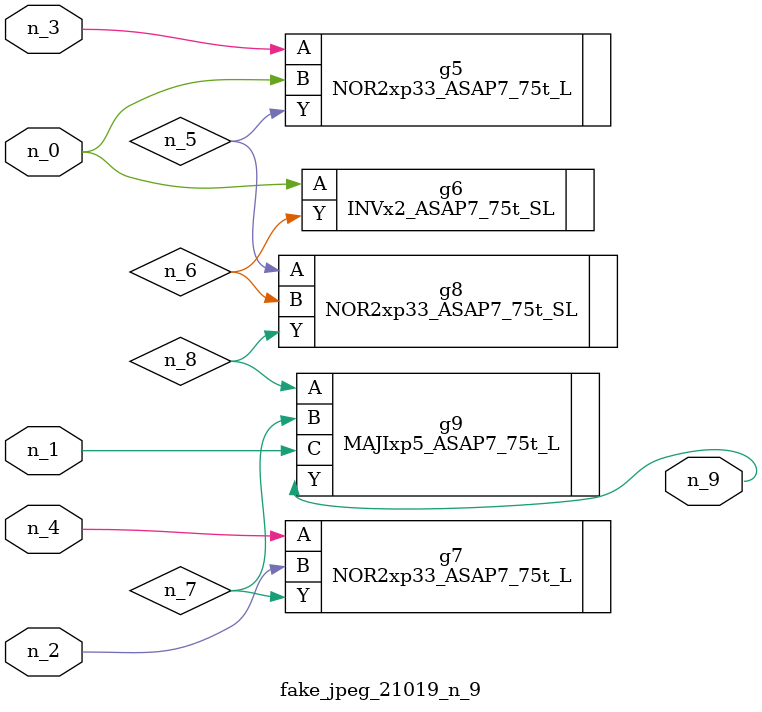
<source format=v>
module fake_jpeg_21019_n_9 (n_3, n_2, n_1, n_0, n_4, n_9);

input n_3;
input n_2;
input n_1;
input n_0;
input n_4;

output n_9;

wire n_8;
wire n_6;
wire n_5;
wire n_7;

NOR2xp33_ASAP7_75t_L g5 ( 
.A(n_3),
.B(n_0),
.Y(n_5)
);

INVx2_ASAP7_75t_SL g6 ( 
.A(n_0),
.Y(n_6)
);

NOR2xp33_ASAP7_75t_L g7 ( 
.A(n_4),
.B(n_2),
.Y(n_7)
);

NOR2xp33_ASAP7_75t_SL g8 ( 
.A(n_5),
.B(n_6),
.Y(n_8)
);

MAJIxp5_ASAP7_75t_L g9 ( 
.A(n_8),
.B(n_7),
.C(n_1),
.Y(n_9)
);


endmodule
</source>
